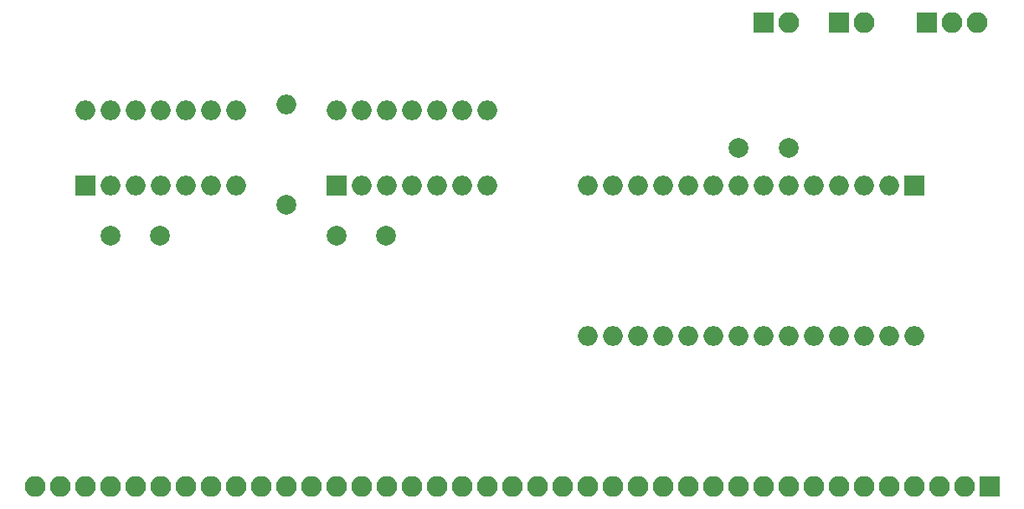
<source format=gts>
G04 #@! TF.FileFunction,Soldermask,Top*
%FSLAX46Y46*%
G04 Gerber Fmt 4.6, Leading zero omitted, Abs format (unit mm)*
G04 Created by KiCad (PCBNEW 4.0.6) date 06/13/17 15:03:04*
%MOMM*%
%LPD*%
G01*
G04 APERTURE LIST*
%ADD10C,0.100000*%
%ADD11R,2.100000X2.100000*%
%ADD12O,2.100000X2.100000*%
%ADD13C,2.000000*%
%ADD14O,2.000000X2.000000*%
%ADD15R,2.000000X2.000000*%
G04 APERTURE END LIST*
D10*
D11*
X171450000Y-101600000D03*
D12*
X173990000Y-101600000D03*
D11*
X180340000Y-101600000D03*
D12*
X182880000Y-101600000D03*
X185420000Y-101600000D03*
D13*
X115570000Y-120015000D03*
D14*
X115570000Y-109855000D03*
D15*
X179070000Y-118110000D03*
D14*
X146050000Y-133350000D03*
X176530000Y-118110000D03*
X148590000Y-133350000D03*
X173990000Y-118110000D03*
X151130000Y-133350000D03*
X171450000Y-118110000D03*
X153670000Y-133350000D03*
X168910000Y-118110000D03*
X156210000Y-133350000D03*
X166370000Y-118110000D03*
X158750000Y-133350000D03*
X163830000Y-118110000D03*
X161290000Y-133350000D03*
X161290000Y-118110000D03*
X163830000Y-133350000D03*
X158750000Y-118110000D03*
X166370000Y-133350000D03*
X156210000Y-118110000D03*
X168910000Y-133350000D03*
X153670000Y-118110000D03*
X171450000Y-133350000D03*
X151130000Y-118110000D03*
X173990000Y-133350000D03*
X148590000Y-118110000D03*
X176530000Y-133350000D03*
X146050000Y-118110000D03*
X179070000Y-133350000D03*
D15*
X120650000Y-118110000D03*
D14*
X135890000Y-110490000D03*
X123190000Y-118110000D03*
X133350000Y-110490000D03*
X125730000Y-118110000D03*
X130810000Y-110490000D03*
X128270000Y-118110000D03*
X128270000Y-110490000D03*
X130810000Y-118110000D03*
X125730000Y-110490000D03*
X133350000Y-118110000D03*
X123190000Y-110490000D03*
X135890000Y-118110000D03*
X120650000Y-110490000D03*
D15*
X95250000Y-118110000D03*
D14*
X110490000Y-110490000D03*
X97790000Y-118110000D03*
X107950000Y-110490000D03*
X100330000Y-118110000D03*
X105410000Y-110490000D03*
X102870000Y-118110000D03*
X102870000Y-110490000D03*
X105410000Y-118110000D03*
X100330000Y-110490000D03*
X107950000Y-118110000D03*
X97790000Y-110490000D03*
X110490000Y-118110000D03*
X95250000Y-110490000D03*
D11*
X186690000Y-148590000D03*
D12*
X184150000Y-148590000D03*
X181610000Y-148590000D03*
X179070000Y-148590000D03*
X176530000Y-148590000D03*
X173990000Y-148590000D03*
X171450000Y-148590000D03*
X168910000Y-148590000D03*
X166370000Y-148590000D03*
X163830000Y-148590000D03*
X161290000Y-148590000D03*
X158750000Y-148590000D03*
X156210000Y-148590000D03*
X153670000Y-148590000D03*
X151130000Y-148590000D03*
X148590000Y-148590000D03*
X146050000Y-148590000D03*
X143510000Y-148590000D03*
X140970000Y-148590000D03*
X138430000Y-148590000D03*
X135890000Y-148590000D03*
X133350000Y-148590000D03*
X130810000Y-148590000D03*
X128270000Y-148590000D03*
X125730000Y-148590000D03*
X123190000Y-148590000D03*
X120650000Y-148590000D03*
X118110000Y-148590000D03*
X115570000Y-148590000D03*
X113030000Y-148590000D03*
X110490000Y-148590000D03*
X107950000Y-148590000D03*
X105410000Y-148590000D03*
X102870000Y-148590000D03*
X100330000Y-148590000D03*
X97790000Y-148590000D03*
X95250000Y-148590000D03*
X92710000Y-148590000D03*
X90170000Y-148590000D03*
D11*
X163830000Y-101600000D03*
D12*
X166370000Y-101600000D03*
D13*
X166370000Y-114300000D03*
X161370000Y-114300000D03*
X97790000Y-123190000D03*
X102790000Y-123190000D03*
X120650000Y-123190000D03*
X125650000Y-123190000D03*
M02*

</source>
